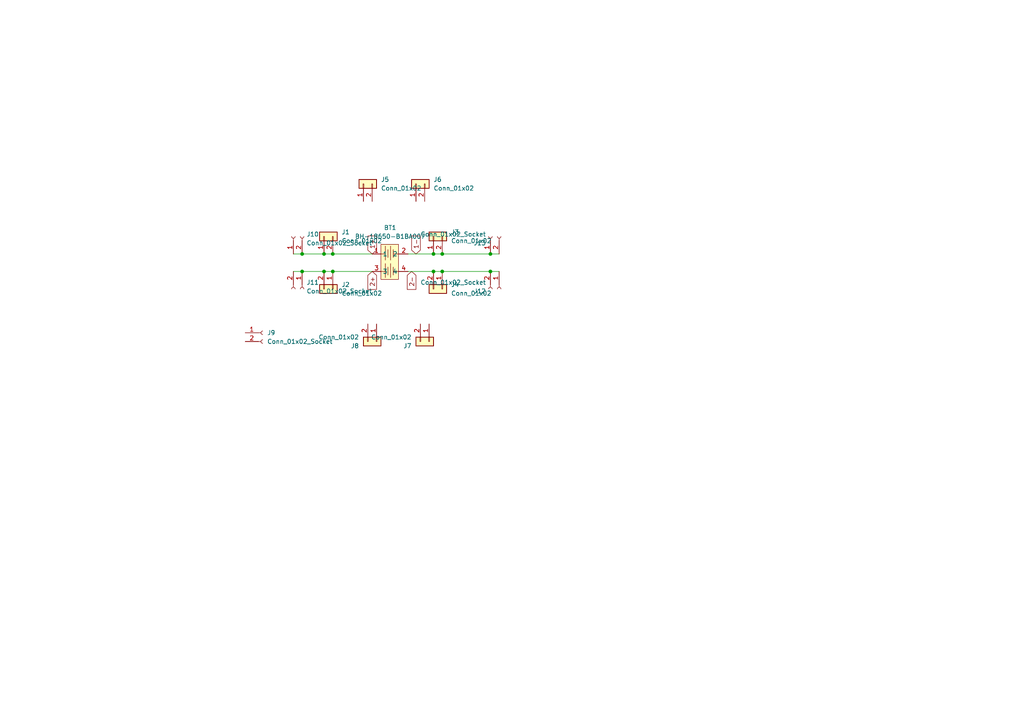
<source format=kicad_sch>
(kicad_sch (version 20231120) (generator "eeschema") (generator_version "8.0")
  (paper "A4")
  (lib_symbols
    (symbol "Connector:Conn_01x02_Socket" (pin_names (offset 1.016) hide)
      (property "Reference" "J" (at 0 2.54 0))
      (property "Value" "Conn_01x02_Socket" (at 0 -5.08 0))
      (symbol "Conn_01x02_Socket_1_1"
        (arc (start 0 -2.032) (mid -0.5058 -2.54) (end 0 -3.048) (stroke (width 0.1524)))
        (polyline (pts (xy -1.27 -2.54) (xy -0.508 -2.54)) (stroke (width 0.1524)))
        (polyline (pts (xy -1.27 0) (xy -0.508 0)) (stroke (width 0.1524)))
        (arc (start 0 0.508) (mid -0.5058 0) (end 0 -0.508) (stroke (width 0.1524)))
        (pin passive line (at -5.08 0 0) (length 3.81) (name "Pin_1") (number "1"))
        (pin passive line (at -5.08 -2.54 0) (length 3.81) (name "Pin_2") (number "2"))
      )
    )
    (symbol "Connector_Generic:Conn_01x02" (pin_names (offset 1.016) hide)
      (property "Reference" "J" (at 0 2.54 0))
      (property "Value" "Conn_01x02" (at 0 -5.08 0))
      (symbol "Conn_01x02_1_1"
        (rectangle (start -1.27 -2.413) (end 0 -2.667) (stroke (width 0.1524)))
        (rectangle (start -1.27 0.127) (end 0 -0.127) (stroke (width 0.1524)))
        (rectangle (start -1.27 1.27) (end 1.27 -3.81) (stroke (width 0.254)) (fill (type background)))
        (pin passive line (at -5.08 0 0) (length 3.81) (name "Pin_1") (number "1"))
        (pin passive line (at -5.08 -2.54 0) (length 3.81) (name "Pin_2") (number "2"))
      )
    )
    (symbol "easyeda2kicad:BH-18650-B1BA007"
      (property "Reference" "BT" (at 0 7.62 0))
      (property "Value" "BH-18650-B1BA007" (at 0 -7.62 0))
      (symbol "BH-18650-B1BA007_0_1"
        (polyline (pts (xy -2.54 -2.54) (xy -1.27 -2.54)))
        (polyline (pts (xy -2.54 2.54) (xy -1.27 2.54)))
        (polyline (pts (xy -1.27 -0.25) (xy -1.27 -4.32)))
        (polyline (pts (xy -1.27 4.83) (xy -1.27 0.76)))
        (polyline (pts (xy -0.51 -1.27) (xy -0.51 -3.56)))
        (polyline (pts (xy -0.51 3.81) (xy -0.51 1.52)))
        (polyline (pts (xy 0.25 -0.25) (xy 0.25 -4.32)))
        (polyline (pts (xy 0.25 4.83) (xy 0.25 0.76)))
        (polyline (pts (xy 1.02 -1.27) (xy 1.02 -3.56)))
        (polyline (pts (xy 1.02 3.81) (xy 1.02 1.52)))
        (polyline (pts (xy 2.79 -2.54) (xy 1.02 -2.54)))
        (polyline (pts (xy 2.79 2.54) (xy 1.02 2.54)))
        (polyline (pts (xy -2.54 -3.56) (xy -2.54 5.33) (xy 2.54 5.33) (xy 2.54 -3.56) (xy 2.54 -4.83) (xy -2.54 -4.83) (xy -2.54 -3.56) (xy -2.54 -3.56)) (fill (type background)))
        (pin input line (at -5.08 2.54 0) (length 2.54) (name "1") (number "1"))
        (pin input line (at 5.33 2.54 180) (length 2.54) (name "2") (number "2"))
        (pin input line (at -5.08 -2.54 0) (length 2.54) (name "3") (number "3"))
        (pin input line (at 5.33 -2.54 180) (length 2.54) (name "4") (number "4"))
      )
    )
  )
  (junction (at 128.27 78.74))
  (junction (at 125.73 78.74))
  (junction (at 93.98 78.74))
  (junction (at 96.52 73.66))
  (junction (at 142.24 78.74))
  (junction (at 87.63 73.66))
  (junction (at 128.27 73.66))
  (junction (at 125.73 73.66))
  (junction (at 93.98 73.66))
  (junction (at 96.52 78.74))
  (junction (at 142.24 73.66))
  (junction (at 87.63 78.74))
  (wire (pts (xy 118.36 78.74) (xy 125.73 78.74)))
  (wire (pts (xy 93.98 73.66) (xy 96.52 73.66)))
  (wire (pts (xy 125.73 78.74) (xy 128.27 78.74)))
  (wire (pts (xy 96.52 73.66) (xy 107.95 73.66)))
  (wire (pts (xy 85.09 73.66) (xy 87.63 73.66)))
  (wire (pts (xy 87.63 78.74) (xy 93.98 78.74)))
  (wire (pts (xy 87.63 73.66) (xy 93.98 73.66)))
  (wire (pts (xy 93.98 78.74) (xy 96.52 78.74)))
  (wire (pts (xy 142.24 73.66) (xy 144.78 73.66)))
  (wire (pts (xy 85.09 78.74) (xy 87.63 78.74)))
  (wire (pts (xy 96.52 78.74) (xy 107.95 78.74)))
  (wire (pts (xy 125.73 73.66) (xy 128.27 73.66)))
  (wire (pts (xy 118.36 73.66) (xy 125.73 73.66)))
  (wire (pts (xy 128.27 73.66) (xy 142.24 73.66)))
  (wire (pts (xy 128.27 78.74) (xy 142.24 78.74)))
  (wire (pts (xy 142.24 78.74) (xy 144.78 78.74)))
  (global_label "2+" (shape input) (at 107.95 78.74 270) (property "Intersheetrefs" "${INTERSHEET_REFS}" (effects (hide yes))))
  (global_label "1+" (shape input) (at 107.95 73.66 90) (property "Intersheetrefs" "${INTERSHEET_REFS}" (effects (hide yes))))
  (global_label "2-" (shape input) (at 119.38 78.74 270) (property "Intersheetrefs" "${INTERSHEET_REFS}" (effects (hide yes))))
  (global_label "1-" (shape input) (at 120.65 73.66 90) (property "Intersheetrefs" "${INTERSHEET_REFS}" (effects (hide yes))))
  (symbol (lib_id "Connector_Generic:Conn_01x02") (at 124.46 99.06 270) (unit 1)
    (property "Reference" "J7" (at 119.38 100.3301 90) (effects (justify right)))
    (property "Value" "Conn_01x02" (at 119.38 97.7901 90) (effects (justify right)))
    (property "Footprint" "Connector_PinHeader_2.54mm:PinHeader_1x02_P2.54mm_Vertical" (effects (hide yes)))
    (property "Description" "Generic connector, single row, 01x02, script generated (kicad-library-utils/schlib/autogen/connector/)" (effects (hide yes)))
  )
  (symbol (lib_id "Connector_Generic:Conn_01x02") (at 109.22 99.06 270) (unit 1)
    (property "Reference" "J8" (at 104.14 100.3301 90) (effects (justify right)))
    (property "Value" "Conn_01x02" (at 104.14 97.7901 90) (effects (justify right)))
    (property "Footprint" "Connector_PinHeader_2.54mm:PinHeader_1x02_P2.54mm_Vertical" (effects (hide yes)))
    (property "Description" "Generic connector, single row, 01x02, script generated (kicad-library-utils/schlib/autogen/connector/)" (effects (hide yes)))
  )
  (symbol (lib_id "Connector:Conn_01x02_Socket") (at 142.24 68.58 90) (unit 1)
    (property "Reference" "J13" (at 140.97 70.4851 90) (effects (justify left)))
    (property "Value" "Conn_01x02_Socket" (at 140.97 67.9451 90) (effects (justify left)))
    (property "Footprint" "Connector_PinSocket_2.54mm:PinSocket_1x02_P2.54mm_Vertical" (effects (hide yes)))
    (property "Description" "Generic connector, single row, 01x02, script generated" (effects (hide yes)))
  )
  (symbol (lib_id "easyeda2kicad:BH-18650-B1BA007") (at 113.03 76.2 0) (unit 1)
    (property "Reference" "BT1" (at 113.155 66.04 0))
    (property "Value" "BH-18650-B1BA007" (at 113.155 68.58 0))
    (property "Footprint" "easyeda2kicad:BAT-SMD_BH-18650-B1BA007" (effects (hide yes)))
    (property "LCSC Part" "C6937126" (effects (hide yes)))
  )
  (symbol (lib_id "Connector_Generic:Conn_01x02") (at 120.65 53.34 90) (unit 1)
    (property "Reference" "J6" (at 125.73 52.0699 90) (effects (justify right)))
    (property "Value" "Conn_01x02" (at 125.73 54.6099 90) (effects (justify right)))
    (property "Footprint" "Connector_PinHeader_2.54mm:PinHeader_1x02_P2.54mm_Vertical" (effects (hide yes)))
    (property "Description" "Generic connector, single row, 01x02, script generated (kicad-library-utils/schlib/autogen/connector/)" (effects (hide yes)))
  )
  (symbol (lib_id "Connector_Generic:Conn_01x02") (at 128.27 83.82 270) (unit 1)
    (property "Reference" "J4" (at 130.81 82.5499 90) (effects (justify left)))
    (property "Value" "Conn_01x02" (at 130.81 85.0899 90) (effects (justify left)))
    (property "Footprint" "Connector_PinHeader_2.54mm:PinHeader_1x02_P2.54mm_Vertical" (effects (hide yes)))
    (property "Description" "Generic connector, single row, 01x02, script generated (kicad-library-utils/schlib/autogen/connector/)" (effects (hide yes)))
  )
  (symbol (lib_id "Connector_Generic:Conn_01x02") (at 96.52 83.82 270) (unit 1)
    (property "Reference" "J2" (at 99.06 82.5499 90) (effects (justify left)))
    (property "Value" "Conn_01x02" (at 99.06 85.0899 90) (effects (justify left)))
    (property "Footprint" "Connector_PinHeader_2.54mm:PinHeader_1x02_P2.54mm_Vertical" (effects (hide yes)))
    (property "Description" "Generic connector, single row, 01x02, script generated (kicad-library-utils/schlib/autogen/connector/)" (effects (hide yes)))
  )
  (symbol (lib_id "Connector:Conn_01x02_Socket") (at 76.2 96.52 0) (unit 1)
    (property "Reference" "J9" (at 77.47 96.5199 0) (effects (justify left)))
    (property "Value" "Conn_01x02_Socket" (at 77.47 99.0599 0) (effects (justify left)))
    (property "Footprint" "Connector_PinSocket_2.54mm:PinSocket_1x02_P2.54mm_Vertical" (effects (hide yes)))
    (property "Description" "Generic connector, single row, 01x02, script generated" (effects (hide yes)))
  )
  (symbol (lib_id "Connector_Generic:Conn_01x02") (at 93.98 68.58 90) (unit 1)
    (property "Reference" "J1" (at 99.06 67.3099 90) (effects (justify right)))
    (property "Value" "Conn_01x02" (at 99.06 69.8499 90) (effects (justify right)))
    (property "Footprint" "Connector_PinHeader_2.54mm:PinHeader_1x02_P2.54mm_Vertical" (effects (hide yes)))
    (property "Description" "Generic connector, single row, 01x02, script generated (kicad-library-utils/schlib/autogen/connector/)" (effects (hide yes)))
  )
  (symbol (lib_id "Connector:Conn_01x02_Socket") (at 87.63 83.82 270) (unit 1)
    (property "Reference" "J11" (at 88.9 81.9149 90) (effects (justify left)))
    (property "Value" "Conn_01x02_Socket" (at 88.9 84.4549 90) (effects (justify left)))
    (property "Footprint" "Connector_PinSocket_2.54mm:PinSocket_1x02_P2.54mm_Vertical" (effects (hide yes)))
    (property "Description" "Generic connector, single row, 01x02, script generated" (effects (hide yes)))
  )
  (symbol (lib_id "Connector_Generic:Conn_01x02") (at 125.73 68.58 90) (unit 1)
    (property "Reference" "J3" (at 130.81 67.3099 90) (effects (justify right)))
    (property "Value" "Conn_01x02" (at 130.81 69.8499 90) (effects (justify right)))
    (property "Footprint" "Connector_PinHeader_2.54mm:PinHeader_1x02_P2.54mm_Vertical" (effects (hide yes)))
    (property "Description" "Generic connector, single row, 01x02, script generated (kicad-library-utils/schlib/autogen/connector/)" (effects (hide yes)))
  )
  (symbol (lib_id "Connector_Generic:Conn_01x02") (at 105.41 53.34 90) (unit 1)
    (property "Reference" "J5" (at 110.49 52.0699 90) (effects (justify right)))
    (property "Value" "Conn_01x02" (at 110.49 54.6099 90) (effects (justify right)))
    (property "Footprint" "Connector_PinHeader_2.54mm:PinHeader_1x02_P2.54mm_Vertical" (effects (hide yes)))
    (property "Description" "Generic connector, single row, 01x02, script generated (kicad-library-utils/schlib/autogen/connector/)" (effects (hide yes)))
  )
  (symbol (lib_id "Connector:Conn_01x02_Socket") (at 144.78 83.82 270) (unit 1)
    (property "Reference" "J12" (at 140.97 84.4551 90) (effects (justify right)))
    (property "Value" "Conn_01x02_Socket" (at 140.97 81.9151 90) (effects (justify right)))
    (property "Footprint" "Connector_PinSocket_2.54mm:PinSocket_1x02_P2.54mm_Vertical" (effects (hide yes)))
    (property "Description" "Generic connector, single row, 01x02, script generated" (effects (hide yes)))
  )
  (symbol (lib_id "Connector:Conn_01x02_Socket") (at 85.09 68.58 90) (unit 1)
    (property "Reference" "J10" (at 88.9 67.9449 90) (effects (justify right)))
    (property "Value" "Conn_01x02_Socket" (at 88.9 70.4849 90) (effects (justify right)))
    (property "Footprint" "Connector_PinSocket_2.54mm:PinSocket_1x02_P2.54mm_Vertical" (effects (hide yes)))
    (property "Description" "Generic connector, single row, 01x02, script generated" (effects (hide yes)))
  )
)
</source>
